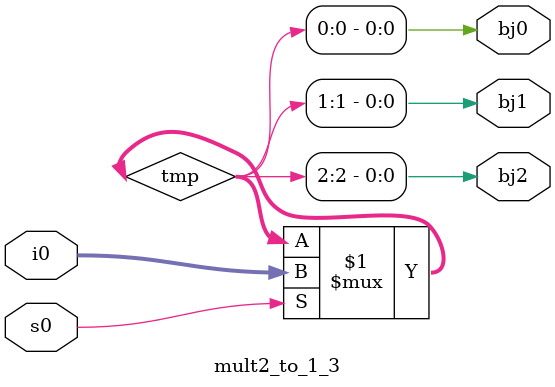
<source format=v>
module mult2_to_1_3(bj2,bj1,bj0,i0,s0);
output bj2,bj1,bj0;
input [2:0]i0;
input s0;
reg [2:0] tmp;
assign tmp = s0 ? i0:{bj2,bj1,bj0};
assign bj2 = tmp[2];
assign bj1 = tmp[1];
assign bj0 = tmp[0];
endmodule

</source>
